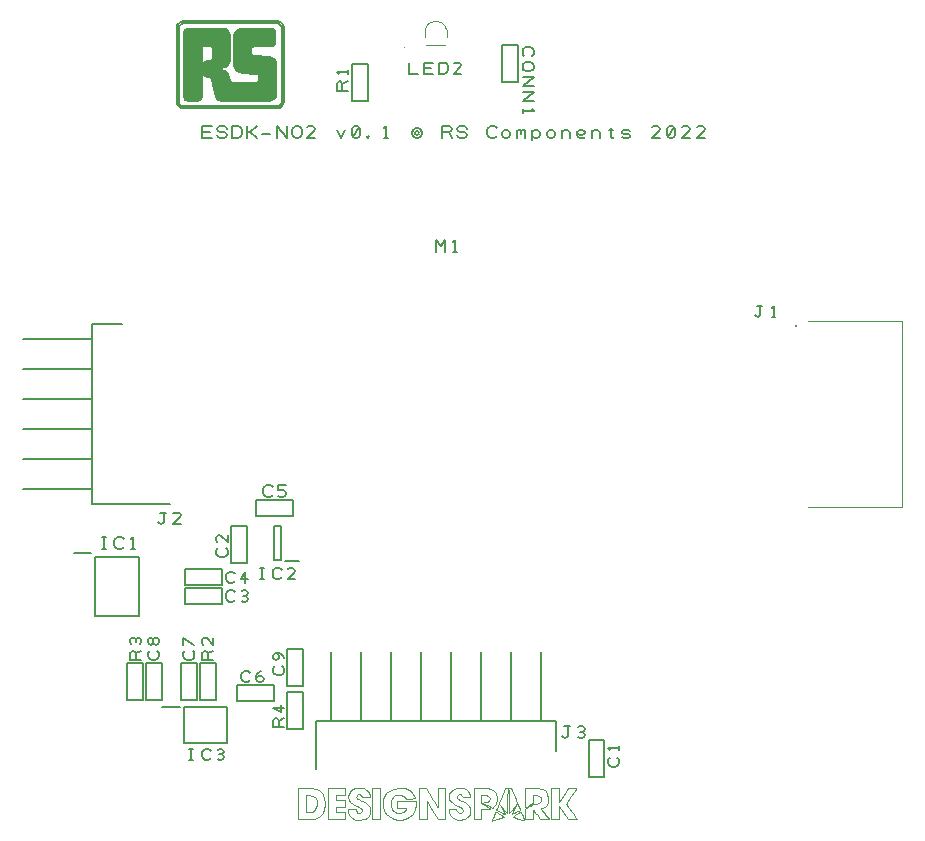
<source format=gbr>
G04 DesignSpark PCB PRO Gerber Version 10.0 Build 5299*
G04 #@! TF.Part,Single*
G04 #@! TF.FileFunction,Legend,Top*
G04 #@! TF.FilePolarity,Positive*
%FSLAX36Y36*%
%MOIN*%
%ADD28C,0.00300*%
%ADD29C,0.00394*%
%ADD26C,0.00500*%
%ADD10C,0.00787*%
%ADD27C,0.00800*%
G04 #@! TD.AperFunction*
X0Y0D02*
D02*
D10*
X213583Y919291D02*
X271654D01*
X275591Y1131890D02*
X45669D01*
X275591Y1231890D02*
X45669D01*
X275591Y1331890D02*
X45669D01*
X275591Y1431890D02*
X45669D01*
X275591Y1531890D02*
X45669D01*
X275591Y1631890D02*
X45669D01*
X285433Y905512D02*
X431102D01*
Y708661D01*
X285433D01*
Y905512D01*
X508858Y407480D02*
X566929D01*
X535433Y1081890D02*
X275591D01*
Y1681890D01*
X375591D01*
X580709Y405512D02*
X726378D01*
Y287402D01*
X580709D01*
Y405512D01*
X905512Y895669D02*
X881890D01*
Y1009843D01*
X905512D01*
Y895669D01*
X966535Y893701D02*
X919291D01*
X1020866Y200787D02*
Y360630D01*
X1820866D01*
Y260630D01*
X1070866Y360630D02*
Y590551D01*
X1170866Y360630D02*
Y590551D01*
X1270866Y360630D02*
Y590551D01*
X1370866Y360630D02*
Y590551D01*
X1470866Y360630D02*
Y590551D01*
X1570866Y360630D02*
Y590551D01*
X1670866Y360630D02*
Y590551D01*
X1770866Y360630D02*
Y590551D01*
X2622047Y1679134D02*
G75*
G02*
Y1675197I0J-1969D01*
G01*
Y1679134D02*
G75*
G02*
Y1675197I0J-1969D01*
G01*
G75*
G02*
Y1679134I0J1969D01*
G01*
D02*
D26*
X308587Y934571D02*
X321087D01*
X314839D02*
Y972071D01*
X308587D02*
X321087D01*
X380465Y940823D02*
X377339Y937697D01*
X371087Y934571D01*
X361713D01*
X355465Y937697D01*
X352339Y940823D01*
X349213Y947071D01*
Y959571D01*
X352339Y965823D01*
X355465Y968949D01*
X361713Y972071D01*
X371087D01*
X377339Y968949D01*
X380465Y965823D01*
X405465Y934571D02*
X417965D01*
X411713D02*
Y972071D01*
X405465Y965823D01*
X390823Y553626D02*
X443823D01*
Y430626D01*
X390823D01*
Y553626D01*
X439445Y562992D02*
X401945D01*
Y584866D01*
X405067Y591118D01*
X411319Y594244D01*
X417567Y591118D01*
X420693Y584866D01*
Y562992D01*
Y584866D02*
X439445Y594244D01*
X436319Y616118D02*
X439445Y622366D01*
Y628618D01*
X436319Y634866D01*
X430067Y637992D01*
X423819Y634866D01*
X420693Y628618D01*
Y622366D01*
Y628618D02*
X417567Y634866D01*
X411319Y637992D01*
X405067Y634866D01*
X401945Y628618D01*
Y622366D01*
X405067Y616118D01*
X453815Y553626D02*
X506815D01*
Y430626D01*
X453815D01*
Y553626D01*
X496063Y1023500D02*
X499189Y1020374D01*
X505437Y1017248D01*
X511689Y1020374D01*
X514815Y1023500D01*
Y1054748D01*
X521063D01*
X514815D02*
X502315D01*
X571063Y1017248D02*
X546063D01*
X567937Y1039126D01*
X571063Y1045374D01*
X567937Y1051626D01*
X561689Y1054748D01*
X552315D01*
X546063Y1051626D01*
X492248Y594244D02*
X495374Y591118D01*
X498500Y584866D01*
Y575492D01*
X495374Y569244D01*
X492248Y566118D01*
X486000Y562992D01*
X473500D01*
X467248Y566118D01*
X464122Y569244D01*
X461000Y575492D01*
Y584866D01*
X464122Y591118D01*
X467248Y594244D01*
X479748Y622366D02*
Y628618D01*
X476622Y634866D01*
X470374Y637992D01*
X464122Y634866D01*
X461000Y628618D01*
Y622366D01*
X464122Y616118D01*
X470374Y612992D01*
X476622Y616118D01*
X479748Y622366D01*
X482874Y616118D01*
X489122Y612992D01*
X495374Y616118D01*
X498500Y622366D01*
Y628618D01*
X495374Y634866D01*
X489122Y637992D01*
X482874Y634866D01*
X479748Y628618D01*
X571925Y553626D02*
X624925D01*
Y430626D01*
X571925D01*
Y553626D01*
X582870Y2438209D02*
Y2655102D01*
X583618Y2660535D01*
X585909Y2664465D01*
X589819Y2666846D01*
X595421Y2667650D01*
X712299D01*
X721748Y2665819D01*
X728772Y2660933D01*
X733146Y2653917D01*
X734654Y2645689D01*
Y2559795D01*
X733134Y2551626D01*
X728969Y2545035D01*
X722740Y2540433D01*
X715043Y2538220D01*
X708378Y2536752D01*
X706882Y2535134D01*
X706417Y2532339D01*
X706839Y2530157D01*
X708327Y2528713D01*
X715827Y2526846D01*
X719764Y2525874D01*
X723181Y2523760D01*
X727594Y2517437D01*
X736220Y2494295D01*
X739606Y2488165D01*
X743228Y2486079D01*
X749165Y2485276D01*
X819760D01*
X825484Y2486059D01*
X829665Y2488315D01*
X832224Y2491894D01*
X833098Y2496650D01*
Y2505276D01*
X832461Y2509709D01*
X830350Y2513366D01*
X826476Y2515921D01*
X820547Y2517043D01*
X777795Y2519004D01*
X766764Y2521854D01*
X757795Y2527681D01*
X751764Y2535937D01*
X749559Y2546067D01*
Y2641764D01*
X751181Y2652287D01*
X755783Y2659756D01*
X762961Y2664213D01*
X772307Y2665689D01*
X872709D01*
X878701Y2664894D01*
X882709Y2662551D01*
X884953Y2658740D01*
X885654Y2653531D01*
Y2621370D01*
X884886Y2615709D01*
X882465Y2611661D01*
X878205Y2609236D01*
X871925Y2608425D01*
X817409D01*
X812094Y2607543D01*
X808437Y2605193D01*
X806323Y2601807D01*
X805642Y2597839D01*
Y2586854D01*
X806587Y2582835D01*
X809370Y2579697D01*
X813917Y2577591D01*
X820154Y2576657D01*
X865256Y2573913D01*
X874846Y2571236D01*
X882563Y2565138D01*
X887705Y2556760D01*
X889575Y2547244D01*
Y2448799D01*
X889016Y2443740D01*
X887449Y2439429D01*
X881976Y2432965D01*
X874516Y2429220D01*
X866433Y2428012D01*
X704846D01*
X699252Y2428406D01*
X694795Y2429972D01*
X691445Y2433307D01*
X689157Y2438996D01*
X675039Y2496650D01*
X673476Y2501343D01*
X671067Y2504787D01*
X666819Y2506906D01*
X659744Y2507630D01*
X654866Y2508303D01*
X651016Y2510374D01*
X648492Y2513917D01*
X647583Y2519004D01*
Y2549205D01*
X648339Y2554291D01*
X650673Y2557831D01*
X654701Y2559906D01*
X660528Y2560579D01*
X668370D01*
X673169Y2561661D01*
X676461Y2564547D01*
X678354Y2568685D01*
X678961Y2573520D01*
Y2598228D01*
X678110Y2602925D01*
X675677Y2606366D01*
X671846Y2608488D01*
X666803Y2609213D01*
X640134D01*
Y2439386D01*
X638945Y2433969D01*
X635917Y2430465D01*
X631858Y2428579D01*
X627583Y2428012D01*
X595028D01*
X589654Y2428724D01*
X585862Y2430760D01*
X583610Y2433969D01*
X582870Y2438209D01*
G36*
X582870Y2438209D02*
Y2655102D01*
X583618Y2660535D01*
X585909Y2664465D01*
X589819Y2666846D01*
X595421Y2667650D01*
X712299D01*
X721748Y2665819D01*
X728772Y2660933D01*
X733146Y2653917D01*
X734654Y2645689D01*
Y2559795D01*
X733134Y2551626D01*
X728969Y2545035D01*
X722740Y2540433D01*
X715043Y2538220D01*
X708378Y2536752D01*
X706882Y2535134D01*
X706417Y2532339D01*
X706839Y2530157D01*
X708327Y2528713D01*
X715827Y2526846D01*
X719764Y2525874D01*
X723181Y2523760D01*
X727594Y2517437D01*
X736220Y2494295D01*
X739606Y2488165D01*
X743228Y2486079D01*
X749165Y2485276D01*
X819760D01*
X825484Y2486059D01*
X829665Y2488315D01*
X832224Y2491894D01*
X833098Y2496650D01*
Y2505276D01*
X832461Y2509709D01*
X830350Y2513366D01*
X826476Y2515921D01*
X820547Y2517043D01*
X777795Y2519004D01*
X766764Y2521854D01*
X757795Y2527681D01*
X751764Y2535937D01*
X749559Y2546067D01*
Y2641764D01*
X751181Y2652287D01*
X755783Y2659756D01*
X762961Y2664213D01*
X772307Y2665689D01*
X872709D01*
X878701Y2664894D01*
X882709Y2662551D01*
X884953Y2658740D01*
X885654Y2653531D01*
Y2621370D01*
X884886Y2615709D01*
X882465Y2611661D01*
X878205Y2609236D01*
X871925Y2608425D01*
X817409D01*
X812094Y2607543D01*
X808437Y2605193D01*
X806323Y2601807D01*
X805642Y2597839D01*
Y2586854D01*
X806587Y2582835D01*
X809370Y2579697D01*
X813917Y2577591D01*
X820154Y2576657D01*
X865256Y2573913D01*
X874846Y2571236D01*
X882563Y2565138D01*
X887705Y2556760D01*
X889575Y2547244D01*
Y2448799D01*
X889016Y2443740D01*
X887449Y2439429D01*
X881976Y2432965D01*
X874516Y2429220D01*
X866433Y2428012D01*
X704846D01*
X699252Y2428406D01*
X694795Y2429972D01*
X691445Y2433307D01*
X689157Y2438996D01*
X675039Y2496650D01*
X673476Y2501343D01*
X671067Y2504787D01*
X666819Y2506906D01*
X659744Y2507630D01*
X654866Y2508303D01*
X651016Y2510374D01*
X648492Y2513917D01*
X647583Y2519004D01*
Y2549205D01*
X648339Y2554291D01*
X650673Y2557831D01*
X654701Y2559906D01*
X660528Y2560579D01*
X668370D01*
X673169Y2561661D01*
X676461Y2564547D01*
X678354Y2568685D01*
X678961Y2573520D01*
Y2598228D01*
X678110Y2602925D01*
X675677Y2606366D01*
X671846Y2608488D01*
X666803Y2609213D01*
X640134D01*
Y2439386D01*
X638945Y2433969D01*
X635917Y2430465D01*
X631858Y2428579D01*
X627583Y2428012D01*
X595028D01*
X589654Y2428724D01*
X585862Y2430760D01*
X583610Y2433969D01*
X582870Y2438209D01*
G37*
X584169Y749091D02*
Y802091D01*
X707169D01*
Y749091D01*
X584169D01*
Y812083D02*
Y865083D01*
X707169D01*
Y812083D01*
X584169D01*
X599925Y229846D02*
X612425D01*
X606177D02*
Y267346D01*
X599925D02*
X612425D01*
X671803Y236098D02*
X668677Y232972D01*
X662425Y229846D01*
X653051D01*
X646803Y232972D01*
X643677Y236098D01*
X640551Y242346D01*
Y254846D01*
X643677Y261098D01*
X646803Y264224D01*
X653051Y267346D01*
X662425D01*
X668677Y264224D01*
X671803Y261098D01*
X693677Y232972D02*
X699925Y229846D01*
X706177D01*
X712425Y232972D01*
X715551Y239224D01*
X712425Y245472D01*
X706177Y248598D01*
X699925D01*
X706177D02*
X712425Y251724D01*
X715551Y257972D01*
X712425Y264224D01*
X706177Y267346D01*
X699925D01*
X693677Y264224D01*
X610358Y594244D02*
X613484Y591118D01*
X616610Y584866D01*
Y575492D01*
X613484Y569244D01*
X610358Y566118D01*
X604110Y562992D01*
X591610D01*
X585358Y566118D01*
X582232Y569244D01*
X579110Y575492D01*
Y584866D01*
X582232Y591118D01*
X585358Y594244D01*
X616610Y612992D02*
X579110Y637992D01*
Y612992D01*
X634917Y553626D02*
X687917D01*
Y430626D01*
X634917D01*
Y553626D01*
X679602Y562992D02*
X642102D01*
Y584866D01*
X645224Y591118D01*
X651476Y594244D01*
X657724Y591118D01*
X660850Y584866D01*
Y562992D01*
Y584866D02*
X679602Y594244D01*
Y637992D02*
Y612992D01*
X657724Y634866D01*
X651476Y637992D01*
X645224Y634866D01*
X642102Y628618D01*
Y619244D01*
X645224Y612992D01*
X751724Y763657D02*
X748598Y760531D01*
X742346Y757406D01*
X732972D01*
X726724Y760531D01*
X723598Y763657D01*
X720472Y769906D01*
Y782406D01*
X723598Y788657D01*
X726724Y791783D01*
X732972Y794906D01*
X742346D01*
X748598Y791783D01*
X751724Y788657D01*
X773598Y760531D02*
X779846Y757406D01*
X786098D01*
X792346Y760531D01*
X795472Y766783D01*
X792346Y773031D01*
X786098Y776157D01*
X779846D01*
X786098D02*
X792346Y779283D01*
X795472Y785531D01*
X792346Y791783D01*
X786098Y794906D01*
X779846D01*
X773598Y791783D01*
X751724Y826650D02*
X748598Y823524D01*
X742346Y820398D01*
X732972D01*
X726724Y823524D01*
X723598Y826650D01*
X720472Y832898D01*
Y845398D01*
X723598Y851650D01*
X726724Y854776D01*
X732972Y857898D01*
X742346D01*
X748598Y854776D01*
X751724Y851650D01*
X786098Y820398D02*
Y857898D01*
X770472Y832898D01*
X795472D01*
X720594Y936764D02*
X723720Y933638D01*
X726846Y927386D01*
Y918012D01*
X723720Y911764D01*
X720594Y908638D01*
X714346Y905512D01*
X701846D01*
X695594Y908638D01*
X692469Y911764D01*
X689346Y918012D01*
Y927386D01*
X692469Y933638D01*
X695594Y936764D01*
X726846Y980512D02*
Y955512D01*
X704969Y977386D01*
X698720Y980512D01*
X692469Y977386D01*
X689346Y971138D01*
Y961764D01*
X692469Y955512D01*
X802906Y495941D02*
X799780Y492815D01*
X793528Y489689D01*
X784154D01*
X777906Y492815D01*
X774780Y495941D01*
X771654Y502189D01*
Y514689D01*
X774780Y520941D01*
X777906Y524067D01*
X784154Y527189D01*
X793528D01*
X799780Y524067D01*
X802906Y520941D01*
X821654Y499067D02*
X824780Y505315D01*
X831028Y508441D01*
X837280D01*
X843528Y505315D01*
X846654Y499067D01*
X843528Y492815D01*
X837280Y489689D01*
X831028D01*
X824780Y492815D01*
X821654Y499067D01*
Y508441D01*
X824780Y517815D01*
X831028Y524067D01*
X837280Y527189D01*
X790280Y887319D02*
X737280D01*
Y1010319D01*
X790280D01*
Y887319D01*
X820390Y1044366D02*
Y1097366D01*
X943390D01*
Y1044366D01*
X820390D01*
X836146Y832209D02*
X848646D01*
X842398D02*
Y869709D01*
X836146D02*
X848646D01*
X908024Y838461D02*
X904898Y835335D01*
X898646Y832209D01*
X889272D01*
X883024Y835335D01*
X879898Y838461D01*
X876772Y844709D01*
Y857209D01*
X879898Y863461D01*
X883024Y866587D01*
X889272Y869709D01*
X898646D01*
X904898Y866587D01*
X908024Y863461D01*
X951772Y832209D02*
X926772D01*
X948646Y854087D01*
X951772Y860335D01*
X948646Y866587D01*
X942398Y869709D01*
X933024D01*
X926772Y866587D01*
X877709Y1114051D02*
X874583Y1110925D01*
X868331Y1107799D01*
X858957D01*
X852709Y1110925D01*
X849583Y1114051D01*
X846457Y1120299D01*
Y1132799D01*
X849583Y1139051D01*
X852709Y1142177D01*
X858957Y1145299D01*
X868331D01*
X874583Y1142177D01*
X877709Y1139051D01*
X896457Y1110925D02*
X902709Y1107799D01*
X912083D01*
X918331Y1110925D01*
X921457Y1117177D01*
Y1120299D01*
X918331Y1126551D01*
X912083Y1129677D01*
X896457D01*
Y1145299D01*
X921457D01*
X880398Y479256D02*
Y426256D01*
X757398D01*
Y479256D01*
X880398D01*
X915823Y338583D02*
X878323D01*
Y360457D01*
X881445Y366709D01*
X887697Y369835D01*
X893945Y366709D01*
X897071Y360457D01*
Y338583D01*
Y360457D02*
X915823Y369835D01*
Y404209D02*
X878323D01*
X903323Y388583D01*
Y413583D01*
X909571Y543063D02*
X912697Y539937D01*
X915823Y533685D01*
Y524311D01*
X912697Y518063D01*
X909571Y514937D01*
X903323Y511811D01*
X890823D01*
X884571Y514937D01*
X881445Y518063D01*
X878323Y524311D01*
Y533685D01*
X881445Y539937D01*
X884571Y543063D01*
X915823Y571185D02*
X912697Y577437D01*
X906445Y583685D01*
X897071Y586811D01*
X887697D01*
X881445Y583685D01*
X878323Y577437D01*
Y571185D01*
X881445Y564937D01*
X887697Y561811D01*
X893945Y564937D01*
X897071Y571185D01*
Y577437D01*
X893945Y583685D01*
X887697Y586811D01*
X926256Y455201D02*
X979256D01*
Y332201D01*
X926256D01*
Y455201D01*
X979256Y477870D02*
X926256D01*
Y600870D01*
X979256D01*
Y477870D01*
X1128421Y2460630D02*
X1090921D01*
Y2482504D01*
X1094043Y2488756D01*
X1100295Y2491882D01*
X1106543Y2488756D01*
X1109669Y2482504D01*
Y2460630D01*
Y2482504D02*
X1128421Y2491882D01*
Y2516882D02*
Y2529382D01*
Y2523130D02*
X1090921D01*
X1097169Y2516882D01*
X1195791Y2426689D02*
X1142791D01*
Y2549689D01*
X1195791D01*
Y2426689D01*
X1330709Y2554748D02*
Y2517248D01*
X1361961D01*
X1380709D02*
Y2554748D01*
X1411961D01*
X1405709Y2536000D02*
X1380709D01*
Y2517248D02*
X1411961D01*
X1430709D02*
Y2554748D01*
X1449461D01*
X1455709Y2551626D01*
X1458835Y2548500D01*
X1461961Y2542248D01*
Y2529748D01*
X1458835Y2523500D01*
X1455709Y2520374D01*
X1449461Y2517248D01*
X1430709D01*
X1505709D02*
X1480709D01*
X1502583Y2539126D01*
X1505709Y2545374D01*
X1502583Y2551626D01*
X1496335Y2554748D01*
X1486961D01*
X1480709Y2551626D01*
X1421358Y1924335D02*
Y1961835D01*
X1436984Y1943087D01*
X1452610Y1961835D01*
Y1924335D01*
X1477610D02*
X1490110D01*
X1483858D02*
Y1961835D01*
X1477610Y1955587D01*
X642126Y2304650D02*
Y2342150D01*
X673378D01*
X667126Y2323402D02*
X642126D01*
Y2304650D02*
X673378D01*
X692126Y2314028D02*
X695252Y2307776D01*
X701500Y2304650D01*
X714000D01*
X720252Y2307776D01*
X723378Y2314028D01*
X720252Y2320276D01*
X714000Y2323402D01*
X701500D01*
X695252Y2326528D01*
X692126Y2332776D01*
X695252Y2339028D01*
X701500Y2342150D01*
X714000D01*
X720252Y2339028D01*
X723378Y2332776D01*
X742126Y2304650D02*
Y2342150D01*
X760878D01*
X767126Y2339028D01*
X770252Y2335902D01*
X773378Y2329650D01*
Y2317150D01*
X770252Y2310902D01*
X767126Y2307776D01*
X760878Y2304650D01*
X742126D01*
X792126D02*
Y2342150D01*
Y2323402D02*
X801500D01*
X823378Y2342150D01*
X801500Y2323402D02*
X823378Y2304650D01*
X842126Y2317150D02*
X867126D01*
X892126Y2304650D02*
Y2342150D01*
X923378Y2304650D01*
Y2342150D01*
X942126Y2317150D02*
Y2329650D01*
X945252Y2335902D01*
X948378Y2339028D01*
X954626Y2342150D01*
X960878D01*
X967126Y2339028D01*
X970252Y2335902D01*
X973378Y2329650D01*
Y2317150D01*
X970252Y2310902D01*
X967126Y2307776D01*
X960878Y2304650D01*
X954626D01*
X948378Y2307776D01*
X945252Y2310902D01*
X942126Y2317150D01*
X1017126Y2304650D02*
X992126D01*
X1014000Y2326528D01*
X1017126Y2332776D01*
X1014000Y2339028D01*
X1007752Y2342150D01*
X998378D01*
X992126Y2339028D01*
X1092126Y2329650D02*
X1104626Y2304650D01*
X1117126Y2329650D01*
X1145252Y2307776D02*
X1151500Y2304650D01*
X1157752D01*
X1164000Y2307776D01*
X1167126Y2314028D01*
Y2332776D01*
X1164000Y2339028D01*
X1157752Y2342150D01*
X1151500D01*
X1145252Y2339028D01*
X1142126Y2332776D01*
Y2314028D01*
X1145252Y2307776D01*
X1164000Y2339028D01*
X1195252Y2304650D02*
X1198378Y2307776D01*
X1195252Y2310902D01*
X1192126Y2307776D01*
X1195252Y2304650D01*
X1248378D02*
X1260878D01*
X1254626D02*
Y2342150D01*
X1248378Y2335902D01*
X1342126Y2317150D02*
Y2320276D01*
X1345252Y2329650D01*
X1348378Y2332776D01*
X1354626Y2335902D01*
X1360878D01*
X1367126Y2332776D01*
X1370252Y2329650D01*
X1373378Y2320276D01*
Y2317150D01*
X1370252Y2310902D01*
X1367126Y2307776D01*
X1360878Y2304650D01*
X1354626D01*
X1348378Y2307776D01*
X1345252Y2310902D01*
X1342126Y2317150D01*
X1364000D02*
X1357752Y2314028D01*
X1351500Y2317150D01*
Y2323402D01*
X1357752Y2326528D01*
X1364000Y2323402D01*
X1442126Y2304650D02*
Y2342150D01*
X1464000D01*
X1470252Y2339028D01*
X1473378Y2332776D01*
X1470252Y2326528D01*
X1464000Y2323402D01*
X1442126D01*
X1464000D02*
X1473378Y2304650D01*
X1492126Y2314028D02*
X1495252Y2307776D01*
X1501500Y2304650D01*
X1514000D01*
X1520252Y2307776D01*
X1523378Y2314028D01*
X1520252Y2320276D01*
X1514000Y2323402D01*
X1501500D01*
X1495252Y2326528D01*
X1492126Y2332776D01*
X1495252Y2339028D01*
X1501500Y2342150D01*
X1514000D01*
X1520252Y2339028D01*
X1523378Y2332776D01*
X1623378Y2310902D02*
X1620252Y2307776D01*
X1614000Y2304650D01*
X1604626D01*
X1598378Y2307776D01*
X1595252Y2310902D01*
X1592126Y2317150D01*
Y2329650D01*
X1595252Y2335902D01*
X1598378Y2339028D01*
X1604626Y2342150D01*
X1614000D01*
X1620252Y2339028D01*
X1623378Y2335902D01*
X1642126Y2314028D02*
X1645252Y2307776D01*
X1651500Y2304650D01*
X1657752D01*
X1664000Y2307776D01*
X1667126Y2314028D01*
Y2320276D01*
X1664000Y2326528D01*
X1657752Y2329650D01*
X1651500D01*
X1645252Y2326528D01*
X1642126Y2320276D01*
Y2314028D01*
X1692126Y2304650D02*
Y2329650D01*
Y2326528D02*
X1695252Y2329650D01*
X1701500D01*
X1704626Y2326528D01*
Y2317150D01*
Y2326528D02*
X1707752Y2329650D01*
X1714000D01*
X1717126Y2326528D01*
Y2304650D01*
X1742126Y2329650D02*
Y2295276D01*
Y2314028D02*
X1745252Y2307776D01*
X1751500Y2304650D01*
X1757752D01*
X1764000Y2307776D01*
X1767126Y2314028D01*
Y2320276D01*
X1764000Y2326528D01*
X1757752Y2329650D01*
X1751500D01*
X1745252Y2326528D01*
X1742126Y2320276D01*
Y2314028D01*
X1792126D02*
X1795252Y2307776D01*
X1801500Y2304650D01*
X1807752D01*
X1814000Y2307776D01*
X1817126Y2314028D01*
Y2320276D01*
X1814000Y2326528D01*
X1807752Y2329650D01*
X1801500D01*
X1795252Y2326528D01*
X1792126Y2320276D01*
Y2314028D01*
X1842126Y2304650D02*
Y2329650D01*
Y2320276D02*
X1845252Y2326528D01*
X1851500Y2329650D01*
X1857752D01*
X1864000Y2326528D01*
X1867126Y2320276D01*
Y2304650D01*
X1917126Y2307776D02*
X1914000Y2304650D01*
X1907752D01*
X1901500D01*
X1895252Y2307776D01*
X1892126Y2314028D01*
Y2323402D01*
X1895252Y2326528D01*
X1901500Y2329650D01*
X1907752D01*
X1914000Y2326528D01*
X1917126Y2323402D01*
Y2320276D01*
X1914000Y2317150D01*
X1907752Y2314028D01*
X1901500D01*
X1895252Y2317150D01*
X1892126Y2320276D01*
X1942126Y2304650D02*
Y2329650D01*
Y2320276D02*
X1945252Y2326528D01*
X1951500Y2329650D01*
X1957752D01*
X1964000Y2326528D01*
X1967126Y2320276D01*
Y2304650D01*
X1997335Y2329650D02*
X2011917D01*
X2004626Y2335902D02*
Y2307776D01*
X2007752Y2304650D01*
X2010878D01*
X2014000Y2307776D01*
X2042126D02*
X2048378Y2304650D01*
X2060878D01*
X2067126Y2307776D01*
Y2314028D01*
X2060878Y2317150D01*
X2048378D01*
X2042126Y2320276D01*
Y2326528D01*
X2048378Y2329650D01*
X2060878D01*
X2067126Y2326528D01*
X2167126Y2304650D02*
X2142126D01*
X2164000Y2326528D01*
X2167126Y2332776D01*
X2164000Y2339028D01*
X2157752Y2342150D01*
X2148378D01*
X2142126Y2339028D01*
X2195252Y2307776D02*
X2201500Y2304650D01*
X2207752D01*
X2214000Y2307776D01*
X2217126Y2314028D01*
Y2332776D01*
X2214000Y2339028D01*
X2207752Y2342150D01*
X2201500D01*
X2195252Y2339028D01*
X2192126Y2332776D01*
Y2314028D01*
X2195252Y2307776D01*
X2214000Y2339028D01*
X2267126Y2304650D02*
X2242126D01*
X2264000Y2326528D01*
X2267126Y2332776D01*
X2264000Y2339028D01*
X2257752Y2342150D01*
X2248378D01*
X2242126Y2339028D01*
X2317126Y2304650D02*
X2292126D01*
X2314000Y2326528D01*
X2317126Y2332776D01*
X2314000Y2339028D01*
X2307752Y2342150D01*
X2298378D01*
X2292126Y2339028D01*
X1695791Y2489681D02*
X1642791D01*
Y2612681D01*
X1695791D01*
Y2489681D01*
X1716413Y2575047D02*
X1713287Y2578173D01*
X1710161Y2584425D01*
Y2593799D01*
X1713287Y2600047D01*
X1716413Y2603173D01*
X1722661Y2606299D01*
X1735161D01*
X1741413Y2603173D01*
X1744539Y2600047D01*
X1747661Y2593799D01*
Y2584425D01*
X1744539Y2578173D01*
X1741413Y2575047D01*
X1722661Y2556299D02*
X1735161D01*
X1741413Y2553173D01*
X1744539Y2550047D01*
X1747661Y2543799D01*
Y2537547D01*
X1744539Y2531299D01*
X1741413Y2528173D01*
X1735161Y2525047D01*
X1722661D01*
X1716413Y2528173D01*
X1713287Y2531299D01*
X1710161Y2537547D01*
Y2543799D01*
X1713287Y2550047D01*
X1716413Y2553173D01*
X1722661Y2556299D01*
X1710161Y2506299D02*
X1747661D01*
X1710161Y2475047D01*
X1747661D01*
X1710161Y2456299D02*
X1747661D01*
X1710161Y2425047D01*
X1747661D01*
X1710161Y2400047D02*
Y2387547D01*
Y2393799D02*
X1747661D01*
X1741413Y2400047D01*
X1842520Y310902D02*
X1845646Y307776D01*
X1851894Y304650D01*
X1858146Y307776D01*
X1861272Y310902D01*
Y342150D01*
X1867520D01*
X1861272D02*
X1848772D01*
X1895646Y307776D02*
X1901894Y304650D01*
X1908146D01*
X1914394Y307776D01*
X1917520Y314028D01*
X1914394Y320276D01*
X1908146Y323402D01*
X1901894D01*
X1908146D02*
X1914394Y326528D01*
X1917520Y332776D01*
X1914394Y339028D01*
X1908146Y342150D01*
X1901894D01*
X1895646Y339028D01*
X1983193Y174720D02*
X1930193D01*
Y297720D01*
X1983193D01*
Y174720D01*
X2025713Y237945D02*
X2028839Y234819D01*
X2031965Y228567D01*
Y219193D01*
X2028839Y212945D01*
X2025713Y209819D01*
X2019465Y206693D01*
X2006965D01*
X2000713Y209819D01*
X1997587Y212945D01*
X1994465Y219193D01*
Y228567D01*
X1997587Y234819D01*
X2000713Y237945D01*
X2031965Y262945D02*
Y275445D01*
Y269193D02*
X1994465D01*
X2000713Y262945D01*
X2484252Y1712476D02*
X2487378Y1709350D01*
X2493626Y1706224D01*
X2499878Y1709350D01*
X2503004Y1712476D01*
Y1743724D01*
X2509252D01*
X2503004D02*
X2490504D01*
X2540504Y1706224D02*
X2553004D01*
X2546752D02*
Y1743724D01*
X2540504Y1737476D01*
D02*
D27*
X892319Y2401630D02*
X901063Y2403394D01*
X908205Y2408209D01*
X913016Y2415346D01*
X914783Y2424091D01*
Y2670394D01*
X913016Y2679138D01*
X908205Y2686280D01*
X901063Y2691094D01*
X892319Y2692858D01*
X580126D01*
X571382Y2691094D01*
X564240Y2686280D01*
X559425Y2679138D01*
X557661Y2670394D01*
Y2424091D01*
X559425Y2415346D01*
X564240Y2408209D01*
X571382Y2403394D01*
X580126Y2401630D01*
X892319D01*
X907850Y2670402D02*
X906630Y2676445D01*
X903303Y2681382D01*
X898366Y2684709D01*
X892319Y2685929D01*
X580126D01*
X574079Y2684709D01*
X569142Y2681382D01*
X565815Y2676445D01*
X564594Y2670402D01*
Y2424098D01*
X565815Y2418051D01*
X569142Y2413114D01*
X574079Y2409787D01*
X580126Y2408567D01*
X892319D01*
X898366Y2409787D01*
X903299Y2413114D01*
X906630Y2418051D01*
X907850Y2424098D01*
Y2670402D01*
D02*
D28*
X961339Y32287D02*
Y136543D01*
X987870Y136118D01*
X991433Y136063D01*
X1002146Y135827D01*
X1011000Y135390D01*
X1016457Y134646D01*
X1019563Y133780D01*
X1020579Y133406D01*
X1024102Y132102D01*
X1033917Y126016D01*
X1043594Y115154D01*
X1049500Y101035D01*
X1051496Y88154D01*
Y79646D01*
X1049681Y67012D01*
X1044193Y53457D01*
X1034913Y43031D01*
X1025224Y36965D01*
X1021752Y35579D01*
X1020740Y35185D01*
X1017610Y34201D01*
X1012303Y33402D01*
X1003382Y32972D01*
X992150Y32736D01*
X988413Y32685D01*
X961339Y32287D01*
X1007815Y56630D02*
X1009642Y57130D01*
X1014811Y59756D01*
X1019882Y64819D01*
X1023098Y71941D01*
X1024413Y78894D01*
X1024543Y81224D01*
X1024732Y84760D01*
X1023390Y95461D01*
X1018102Y105488D01*
X1008543Y111429D01*
X998122Y113382D01*
X988677D01*
Y55421D01*
X996071Y55433D01*
X997693D01*
X1002563Y55795D01*
X1007209Y56469D01*
X1007815Y56630D01*
X1061953Y32461D02*
Y136354D01*
X1119909D01*
Y113445D01*
X1103787Y113138D01*
X1087661Y112835D01*
X1087335Y104913D01*
X1087008Y96976D01*
X1118823D01*
Y72917D01*
X1087016D01*
X1087335Y64445D01*
X1087661Y55969D01*
X1103787Y55665D01*
X1119909Y55358D01*
Y32461D01*
X1061953D01*
X1152433Y31390D02*
X1149803Y32051D01*
X1142382Y35740D01*
X1134520Y42764D01*
X1129394Y51823D01*
X1127571Y59598D01*
Y66358D01*
X1142457D01*
X1147988Y66315D01*
X1151961Y66028D01*
X1153705Y65291D01*
X1154260Y64264D01*
X1154366Y63902D01*
X1154803Y62350D01*
X1157035Y57024D01*
X1159898Y54035D01*
X1160657Y53638D01*
X1161402Y53252D01*
X1163945Y52622D01*
X1167094Y52839D01*
X1169933Y54075D01*
X1172283Y56114D01*
X1173941Y58752D01*
X1174740Y61776D01*
X1174496Y64961D01*
X1173512Y67413D01*
X1173031Y68110D01*
X1172811Y68417D01*
X1171398Y69433D01*
X1168118Y71354D01*
X1163677Y73642D01*
X1159835Y75449D01*
X1158539Y76012D01*
X1154976Y77571D01*
X1144622Y83008D01*
X1135677Y89961D01*
X1130890Y97724D01*
X1129476Y104807D01*
Y109354D01*
X1130602Y115945D01*
X1134063Y123354D01*
X1139937Y129528D01*
X1146130Y133575D01*
X1148343Y134610D01*
X1149358Y135094D01*
X1152465Y136429D01*
X1155988Y137441D01*
X1160067Y137890D01*
X1164406Y137976D01*
X1167236D01*
X1171421Y137870D01*
X1175449Y137465D01*
X1178768Y136610D01*
X1181409Y135563D01*
X1182260Y135157D01*
X1184106Y134291D01*
X1189319Y130886D01*
X1194724Y125461D01*
X1198417Y118933D01*
X1200126Y113283D01*
X1200386Y111350D01*
X1201122Y105724D01*
X1174764D01*
X1173504Y109567D01*
X1173130Y110677D01*
X1170386Y114236D01*
X1165941Y115571D01*
X1163303D01*
X1159835Y114087D01*
X1156776Y110496D01*
X1155921Y106087D01*
X1157150Y102850D01*
X1157921Y102157D01*
X1158177Y101921D01*
X1159768Y100961D01*
X1163390Y98965D01*
X1168272Y96441D01*
X1172469Y94370D01*
X1173878Y93685D01*
X1177358Y92012D01*
X1187528Y86319D01*
X1195941Y79331D01*
X1200193Y71465D01*
X1201354Y63945D01*
Y61437D01*
X1201346Y59063D01*
X1200256Y51953D01*
X1196957Y44177D01*
X1191358Y37972D01*
X1185496Y34146D01*
X1183402Y33205D01*
X1181984Y32579D01*
X1177157Y31614D01*
X1168429Y30685D01*
X1159445Y30567D01*
X1154118Y30965D01*
X1152433Y31390D01*
X1208500Y32461D02*
Y136354D01*
X1235843D01*
Y32461D01*
X1208500D01*
X1284071Y32000D02*
X1281335Y32736D01*
X1273465Y36146D01*
X1264035Y42445D01*
X1256055Y50689D01*
X1251091Y58008D01*
X1249799Y60614D01*
X1249126Y61969D01*
X1247217Y66071D01*
X1245780Y70244D01*
X1245091Y74803D01*
X1244811Y79752D01*
X1244760Y81394D01*
X1244661Y83787D01*
X1244866Y90965D01*
X1246047Y99091D01*
X1248453Y106299D01*
X1251134Y111512D01*
X1252193Y113138D01*
X1255575Y118346D01*
X1270744Y130736D01*
X1294402Y138075D01*
X1319165Y134815D01*
X1336661Y125205D01*
X1341091Y120634D01*
X1342012Y119681D01*
X1344433Y116449D01*
X1347917Y111020D01*
X1350650Y105862D01*
X1351760Y103331D01*
Y102276D01*
X1347906Y101654D01*
X1339764Y101354D01*
X1322346D01*
X1319465Y105126D01*
X1318236Y106728D01*
X1313217Y110496D01*
X1305004Y113693D01*
X1296110Y114437D01*
X1289689Y113307D01*
X1287787Y112429D01*
X1286472Y111843D01*
X1282874Y109343D01*
X1278409Y104933D01*
X1274768Y99701D01*
X1272815Y95579D01*
X1272398Y94134D01*
X1271736Y91870D01*
X1271106Y84654D01*
X1272390Y75106D01*
X1275957Y66484D01*
X1279917Y61157D01*
X1281571Y59780D01*
X1283571Y58126D01*
X1290949Y54791D01*
X1301382Y53650D01*
X1311488Y56256D01*
X1318193Y60579D01*
X1319882Y62500D01*
X1320705Y63453D01*
X1322980Y66496D01*
X1322677Y68630D01*
X1318000Y69488D01*
X1310500Y69638D01*
X1292713D01*
Y91508D01*
X1355039D01*
Y80496D01*
X1352102Y66976D01*
X1343890Y51354D01*
X1331256Y39295D01*
X1319315Y33047D01*
X1315087Y31945D01*
X1313343Y31496D01*
X1307972Y30783D01*
X1299528Y30409D01*
X1291098Y30815D01*
X1285780Y31543D01*
X1284071Y32000D01*
X1364886Y32461D02*
Y136417D01*
X1376579Y136106D01*
X1388264Y135799D01*
X1407701Y104217D01*
X1409594Y101142D01*
X1415291Y91913D01*
X1421626Y81724D01*
X1426028Y74720D01*
X1427736Y72059D01*
X1427843Y71965D01*
X1428055Y74272D01*
X1428110Y81039D01*
X1428004Y91240D01*
X1427831Y100673D01*
X1427756Y103811D01*
X1426957Y136354D01*
X1452374D01*
Y32386D01*
X1428858Y33004D01*
X1409720Y63559D01*
X1390579Y94126D01*
X1390004Y32461D01*
X1364886D01*
X1490000Y31327D02*
X1487181Y31937D01*
X1479083Y35469D01*
X1470657Y42394D01*
X1465232Y51504D01*
X1463311Y59512D01*
Y66358D01*
X1489283D01*
X1489969Y62087D01*
X1490118Y61134D01*
X1491303Y58358D01*
X1493791Y55185D01*
X1497004Y52976D01*
X1499622Y52142D01*
X1501291D01*
X1503681Y52965D01*
X1506488Y54579D01*
X1506972Y54972D01*
X1507642Y55547D01*
X1509661Y58102D01*
X1510335Y61122D01*
Y63102D01*
X1509717Y66004D01*
X1507366Y69185D01*
X1502528Y72339D01*
X1496504Y75232D01*
X1494472Y76118D01*
X1491280Y77508D01*
X1481980Y82240D01*
X1473488Y88154D01*
X1468236Y94594D01*
X1465854Y100280D01*
X1465437Y102240D01*
X1465063Y104004D01*
X1464870Y109472D01*
X1466291Y116358D01*
X1469634Y122768D01*
X1473413Y127264D01*
X1474866Y128535D01*
X1477453Y130811D01*
X1487094Y135508D01*
X1501256Y137870D01*
X1515150Y135606D01*
X1524260Y130980D01*
X1526598Y128705D01*
X1528020Y127327D01*
X1532740Y120823D01*
X1534996Y113445D01*
X1535185Y111618D01*
X1535795Y105724D01*
X1510827D01*
X1508669Y110370D01*
X1508260Y111232D01*
X1506220Y114201D01*
X1503713Y115783D01*
X1503083Y115957D01*
X1501906Y116287D01*
X1498008Y115933D01*
X1493748Y113551D01*
X1491197Y109622D01*
X1490874Y106024D01*
X1491240Y104976D01*
X1491409Y104476D01*
X1492413Y103098D01*
X1495169Y100929D01*
X1500272Y97969D01*
X1506445Y94744D01*
X1508520Y93697D01*
X1512244Y91819D01*
X1523106Y85453D01*
X1531823Y77870D01*
X1535827Y69445D01*
X1536500Y61370D01*
X1536319Y58701D01*
X1536244Y57654D01*
X1535315Y52315D01*
X1533843Y47732D01*
X1533512Y47059D01*
X1532921Y45917D01*
X1530594Y42744D01*
X1526587Y38709D01*
X1521933Y35335D01*
X1518311Y33421D01*
X1517039Y32972D01*
X1515634Y32480D01*
X1511177Y31638D01*
X1503650Y30858D01*
X1496055Y30720D01*
X1491472Y31020D01*
X1490000Y31327D01*
X1547524Y32461D02*
Y136598D01*
X1572953Y136106D01*
X1576390Y136043D01*
X1586717Y135776D01*
X1595205Y135307D01*
X1600449Y134516D01*
X1603504Y133610D01*
X1604500Y133224D01*
X1606378Y132500D01*
X1614547Y126819D01*
X1620827Y118646D01*
X1621768Y116661D01*
X1622165Y115815D01*
X1623228Y113209D01*
X1624098Y109965D01*
X1624500Y106094D01*
X1624598Y102122D01*
Y100799D01*
X1624587Y99496D01*
X1624469Y95555D01*
X1624043Y91657D01*
X1623177Y88358D01*
X1622130Y85728D01*
X1621736Y84878D01*
X1621169Y83669D01*
X1619024Y80252D01*
X1615500Y75661D01*
X1612047Y72146D01*
X1610193Y70736D01*
X1609146D01*
X1607862Y71409D01*
X1603972Y73224D01*
X1598472Y75925D01*
X1593583Y78382D01*
X1591972Y79205D01*
X1575406Y87685D01*
X1584559Y88272D01*
X1585839Y88358D01*
X1589685Y88701D01*
X1592827Y89307D01*
X1594898Y90441D01*
X1596406Y91882D01*
X1596862Y92394D01*
X1597469Y93079D01*
X1599350Y96177D01*
X1600012Y99551D01*
Y102134D01*
X1598890Y106492D01*
X1595378Y110425D01*
X1589193Y112665D01*
X1582339Y113382D01*
X1580051D01*
X1572673Y113390D01*
Y87654D01*
X1588469Y77827D01*
X1589972Y76890D01*
X1594524Y74035D01*
X1598827Y71173D01*
X1601346Y69102D01*
X1602043Y67673D01*
X1600886Y66752D01*
X1597854Y66177D01*
X1592921Y65823D01*
X1587772Y65598D01*
X1586063Y65524D01*
X1572673Y65000D01*
Y32461D01*
X1547524D01*
X1609102Y31638D02*
X1609303Y32130D01*
X1611374Y37201D01*
X1614193Y44154D01*
X1614772Y45575D01*
X1615346Y47004D01*
X1617976Y53189D01*
X1619654Y56768D01*
X1619772Y56882D01*
X1619866Y57012D01*
X1621157Y56551D01*
X1624386Y54972D01*
X1628965Y52390D01*
X1633055Y49921D01*
X1634413Y49067D01*
X1648264Y40319D01*
X1644642Y39189D01*
X1643449Y38815D01*
X1639882Y37705D01*
X1634283Y35972D01*
X1628283Y34126D01*
X1622343Y32319D01*
X1616909Y30677D01*
X1612421Y29331D01*
X1609346Y28421D01*
X1608417Y28079D01*
X1608118D01*
X1608205Y29126D01*
X1608898Y31157D01*
X1609102Y31638D01*
X1636921Y56031D02*
X1635555Y56724D01*
X1631508Y58894D01*
X1627063Y61437D01*
X1624075Y63398D01*
X1622972Y64220D01*
Y65319D01*
X1624087Y67787D01*
X1627130Y75744D01*
X1631622Y87161D01*
X1635724Y97437D01*
X1637114Y100843D01*
X1651256Y135799D01*
X1655835Y136142D01*
X1660406Y136480D01*
X1659618Y98965D01*
X1659531Y95248D01*
X1659244Y84075D01*
X1658846Y71260D01*
X1658453Y61902D01*
X1658217Y57909D01*
X1658122Y57343D01*
X1657429Y53252D01*
X1646512Y67000D01*
X1645433Y68354D01*
X1642189Y72390D01*
X1638492Y76909D01*
X1635811Y80071D01*
X1634693Y81319D01*
X1634551Y81406D01*
X1635031Y79646D01*
X1637091Y75520D01*
X1637669Y74472D01*
X1639173Y71752D01*
X1643673Y63528D01*
X1647996Y55496D01*
X1650547Y50575D01*
X1651244Y48917D01*
X1651193Y48929D01*
X1649992Y49504D01*
X1646878Y51031D01*
X1642358Y53295D01*
X1638280Y55346D01*
X1636921Y56031D01*
X1677803Y58433D02*
X1678445Y59598D01*
X1682280Y66508D01*
X1685953Y73043D01*
X1686508Y74016D01*
X1687063Y74996D01*
X1689232Y79173D01*
X1690173Y81524D01*
X1690055Y81642D01*
X1689362D01*
X1689319Y81579D01*
X1689264Y81524D01*
X1688260Y80264D01*
X1685665Y77016D01*
X1681925Y72327D01*
X1678555Y68087D01*
X1677429Y66681D01*
X1665909Y52248D01*
X1665205Y84181D01*
X1665126Y87484D01*
X1664874Y97382D01*
X1664496Y109709D01*
X1664146Y119787D01*
X1663921Y124839D01*
X1663835Y126228D01*
X1663181Y136354D01*
X1672807D01*
X1687406Y100224D01*
X1688815Y96720D01*
X1693031Y86169D01*
X1697583Y74591D01*
X1700594Y66709D01*
X1701642Y63764D01*
X1701587Y63709D01*
X1701398Y63539D01*
X1700197Y62921D01*
X1697008Y61264D01*
X1692618Y59051D01*
X1687642Y56575D01*
X1682654Y54130D01*
X1678283Y52004D01*
X1675114Y50520D01*
X1674098Y49953D01*
X1673768D01*
X1674685Y52453D01*
X1677154Y57268D01*
X1677803Y58433D01*
X1695929Y34063D02*
X1694134Y34630D01*
X1688752Y36346D01*
X1682823Y38280D01*
X1678732Y39669D01*
X1677177Y40236D01*
X1677122Y40287D01*
X1678016Y41134D01*
X1680819Y43106D01*
X1685075Y45929D01*
X1689031Y48457D01*
X1690354Y49280D01*
X1691677Y50114D01*
X1695681Y52579D01*
X1700114Y55228D01*
X1703169Y56937D01*
X1704343Y57516D01*
X1704398Y57453D01*
X1704567Y57268D01*
X1705083Y56063D01*
X1706480Y52839D01*
X1708339Y48382D01*
X1710421Y43323D01*
X1712461Y38248D01*
X1714220Y33760D01*
X1715465Y30496D01*
X1715929Y29394D01*
Y28858D01*
X1715685Y28358D01*
X1713626Y28634D01*
X1707709Y30366D01*
X1698866Y33146D01*
X1695929Y34063D01*
X1719220Y32461D02*
Y67287D01*
X1732720Y75575D01*
X1734630Y76760D01*
X1740441Y80232D01*
X1745280Y82709D01*
X1748902Y83681D01*
X1751965Y83850D01*
X1754453D01*
X1758866Y84323D01*
X1762996Y85220D01*
X1763520Y85433D01*
X1764791Y85965D01*
X1768102Y88850D01*
X1770902Y93976D01*
X1771626Y99945D01*
X1770677Y104539D01*
X1769992Y105862D01*
X1769382Y107047D01*
X1763370Y111374D01*
X1754028Y113358D01*
X1751752D01*
X1744374Y113382D01*
Y84961D01*
X1732358Y78937D01*
X1731185Y78350D01*
X1727650Y76610D01*
X1723705Y74689D01*
X1720949Y73398D01*
X1720075Y72917D01*
X1719720D01*
X1719563Y75437D01*
X1719382Y82272D01*
X1719264Y92394D01*
X1719220Y101665D01*
Y136579D01*
X1744094Y136087D01*
X1748299Y136012D01*
X1760937Y135520D01*
X1771713Y134346D01*
X1778728Y132122D01*
X1783000Y129465D01*
X1784280Y128409D01*
X1786878Y126272D01*
X1792728Y117484D01*
X1796413Y103898D01*
X1795122Y89843D01*
X1790874Y80102D01*
X1788693Y77508D01*
X1787988Y76685D01*
X1785445Y74583D01*
X1781059Y71677D01*
X1776657Y69445D01*
X1774201Y68547D01*
X1772961D01*
X1771713Y67693D01*
Y66976D01*
X1772736Y65673D01*
X1775567Y61807D01*
X1779732Y56382D01*
X1783547Y51555D01*
X1784839Y49953D01*
X1786106Y48374D01*
X1789933Y43579D01*
X1794094Y38260D01*
X1796913Y34563D01*
X1797953Y33429D01*
Y32953D01*
X1793681Y32630D01*
X1785988Y32461D01*
X1768902D01*
X1757657Y48287D01*
X1756547Y49846D01*
X1753205Y54492D01*
X1749409Y59661D01*
X1746669Y63272D01*
X1745535Y64669D01*
X1745398Y64756D01*
X1744650Y60720D01*
X1744374Y51874D01*
Y32461D01*
X1719220D01*
X1805610Y32449D02*
Y136354D01*
X1831819D01*
X1832106Y112697D01*
X1832406Y89039D01*
X1847165Y112665D01*
X1861937Y136299D01*
X1875327Y136319D01*
X1877165Y136331D01*
X1884791Y136181D01*
X1888732Y135894D01*
Y135244D01*
X1887394Y133575D01*
X1883764Y127961D01*
X1878394Y119787D01*
X1873480Y112378D01*
X1871835Y109909D01*
X1854941Y84575D01*
X1856894Y81756D01*
X1857161Y81374D01*
X1858858Y78937D01*
X1862768Y73343D01*
X1868055Y65780D01*
X1872626Y59244D01*
X1874150Y57067D01*
X1875646Y54921D01*
X1880154Y48469D01*
X1885185Y41217D01*
X1888732Y36091D01*
X1890130Y34020D01*
X1890248Y33827D01*
X1890287Y33744D01*
X1889925Y33165D01*
X1887736Y32748D01*
X1883232Y32524D01*
X1877764Y32461D01*
X1860835D01*
X1832406Y77720D01*
X1832106Y55091D01*
X1831819Y32449D01*
X1805610D01*
D02*
D29*
X1316890Y2604331D02*
G75*
G02*
X1315079I-906J0D01*
G01*
X1316890D02*
G75*
G02*
X1315079I-906J0D01*
G01*
G75*
G02*
X1316890I906J0D01*
G01*
X1383858Y2638780D02*
X1385827Y2663386D01*
X1389764Y2614173D02*
X1452756D01*
X1456693Y2663386D02*
X1458661Y2638780D01*
X1456693Y2663402D02*
G75*
G03*
X1385827Y2663398I-35433J-6441D01*
G01*
X2660433Y1691929D02*
X2975787D01*
Y1071850D01*
X2660433D01*
X0Y0D02*
M02*

</source>
